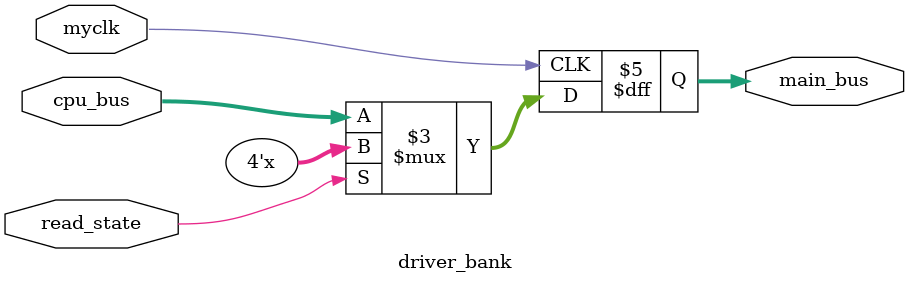
<source format=v>

module driver_bank (myclk, read_state, cpu_bus, main_bus);
  input myclk, read_state;
  input [3:0] cpu_bus;

  output [3:0] main_bus;
  reg [3:0] main_bus;

  always @(posedge myclk)
    if (read_state)
      main_bus = 4'bz;
    else
      main_bus = cpu_bus;
endmodule

</source>
